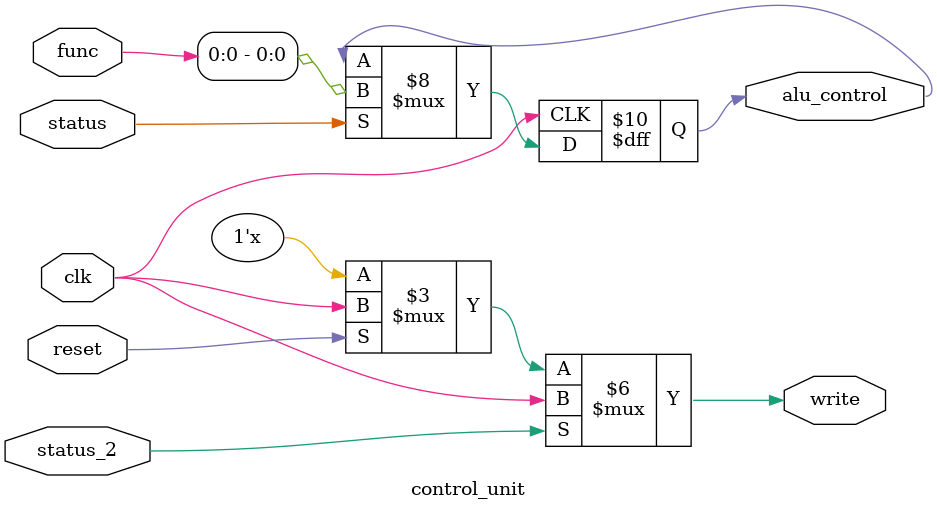
<source format=v>
`timescale 1ns / 1ps


module control_unit(
    input clk,
    input [1:0] func,
    output reg alu_control,
    output reg write,
    input status,
    input status_2,
    input reset
    
    );
    
    always @ (posedge clk)
     if (status)begin
    alu_control <= func;
    
    end
    always @ *
    if (status_2)
     write <=clk;
     else 
     if (reset)
      write <=clk;
      
endmodule

</source>
